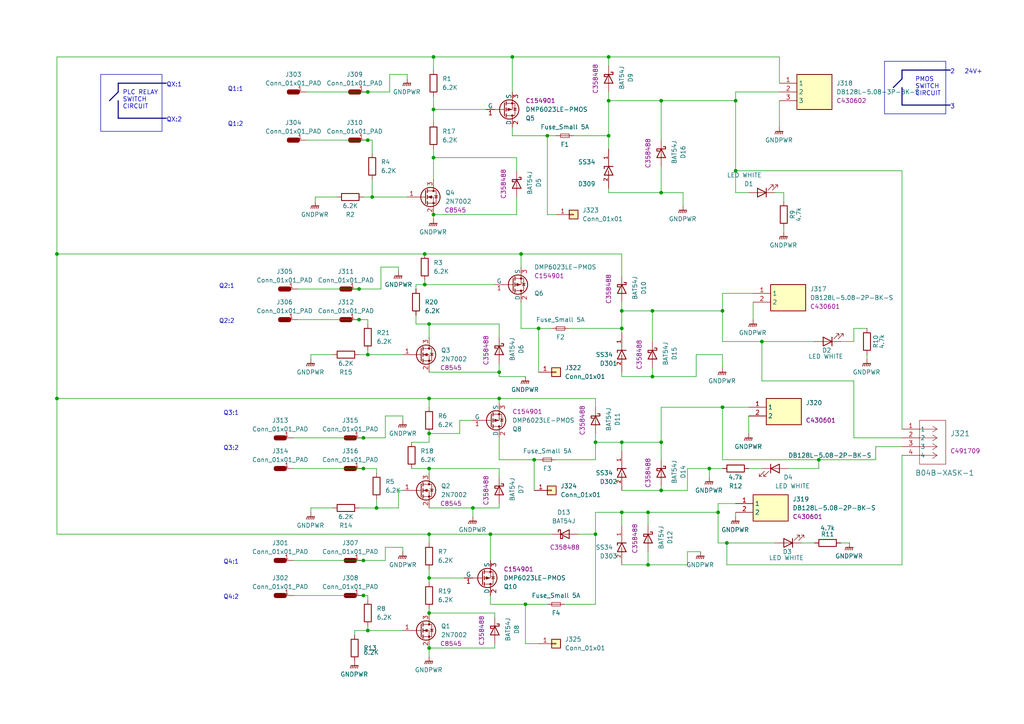
<source format=kicad_sch>
(kicad_sch (version 20230121) (generator eeschema)
  (paper "A4")
  (title_block (title "PLC OUTPUTS (P-MOS)") (rev "14.1.7") (company "Volodune LLC"))
  (junction (at 151.13 73.66))
  (junction (at 144.78 107.95))
  (junction (at 106.68 102.87))
  (junction (at 220.98 99.06))
  (junction (at 124.46 93.98))
  (junction (at 142.24 154.94))
  (junction (at 191.77 29.21))
  (junction (at 125.73 62.23))
  (junction (at 106.68 182.88))
  (junction (at 125.73 31.75))
  (junction (at 158.75 39.37))
  (junction (at 125.73 16.51))
  (junction (at 191.77 142.24))
  (junction (at 124.46 177.8))
  (junction (at 189.23 109.22))
  (junction (at 213.36 49.53))
  (junction (at 237.49 133.35))
  (junction (at 124.46 135.89))
  (junction (at 176.53 16.51))
  (junction (at 144.78 115.57))
  (junction (at 125.73 45.72))
  (junction (at 209.55 118.11))
  (junction (at 154.94 133.35))
  (junction (at 176.53 39.37))
  (junction (at 191.77 55.88))
  (junction (at 123.19 73.66))
  (junction (at 187.96 148.59))
  (junction (at 107.95 57.15))
  (junction (at 191.77 128.27))
  (junction (at 172.72 128.27))
  (junction (at 123.19 82.55))
  (junction (at 106.68 26.67))
  (junction (at 104.14 92.71))
  (junction (at 156.21 95.25))
  (junction (at 209.55 90.17))
  (junction (at 16.51 73.66))
  (junction (at 210.82 157.48))
  (junction (at 172.72 154.94))
  (junction (at 208.28 148.59))
  (junction (at 16.51 115.57))
  (junction (at 180.34 128.27))
  (junction (at 152.4 175.26))
  (junction (at 124.46 187.96))
  (junction (at 105.41 127))
  (junction (at 124.46 167.64))
  (junction (at 213.36 29.21))
  (junction (at 105.41 162.56))
  (junction (at 104.14 83.82))
  (junction (at 109.22 147.32))
  (junction (at 180.34 148.59))
  (junction (at 148.59 16.51))
  (junction (at 187.96 163.83))
  (junction (at 180.34 95.25))
  (junction (at 124.46 115.57))
  (junction (at 105.41 135.89))
  (junction (at 205.74 135.89))
  (junction (at 137.16 147.32))
  (junction (at 180.34 90.17))
  (junction (at 105.41 172.72))
  (junction (at 124.46 125.73))
  (junction (at 189.23 90.17))
  (junction (at 124.46 154.94))
  (junction (at 176.53 29.21))
  (junction (at 106.68 40.64))
  (wire (pts (xy 124.46 115.57) (xy 124.46 118.11)))
  (wire (pts (xy 120.65 82.55) (xy 123.19 82.55)))
  (wire (pts (xy 191.77 118.11) (xy 209.55 118.11)))
  (wire (pts (xy 172.72 154.94) (xy 172.72 148.59)))
  (wire (pts (xy 144.78 133.35) (xy 154.94 133.35)))
  (wire (pts (xy 209.55 85.09) (xy 209.55 90.17)))
  (bus (pts (xy 261.62 25.4) (xy 261.62 30.48)))
  (wire (pts (xy 125.73 31.75) (xy 125.73 35.56)))
  (wire (pts (xy 90.17 102.87) (xy 96.52 102.87)))
  (wire (pts (xy 191.77 128.27) (xy 191.77 133.35)))
  (wire (pts (xy 119.38 128.27) (xy 124.46 128.27)))
  (wire (pts (xy 124.46 125.73) (xy 124.46 128.27)))
  (wire (pts (xy 124.46 154.94) (xy 142.24 154.94)))
  (wire (pts (xy 198.12 55.88) (xy 191.77 55.88)))
  (wire (pts (xy 124.46 190.5) (xy 124.46 187.96)))
  (wire (pts (xy 152.4 186.69) (xy 152.4 175.26)))
  (wire (pts (xy 172.72 125.73) (xy 172.72 128.27)))
  (bus (pts (xy 34.29 24.13) (xy 34.29 26.67)))
  (wire (pts (xy 247.65 99.06) (xy 247.65 95.25)))
  (wire (pts (xy 106.68 182.88) (xy 106.68 181.61)))
  (wire (pts (xy 237.49 133.35) (xy 237.49 135.89)))
  (wire (pts (xy 106.68 26.67) (xy 113.03 26.67)))
  (wire (pts (xy 120.65 91.44) (xy 120.65 93.98)))
  (wire (pts (xy 111.76 158.75) (xy 116.84 158.75)))
  (wire (pts (xy 106.68 101.6) (xy 106.68 102.87)))
  (wire (pts (xy 191.77 48.26) (xy 191.77 55.88)))
  (wire (pts (xy 209.55 102.87) (xy 209.55 106.68)))
  (wire (pts (xy 172.72 148.59) (xy 180.34 148.59)))
  (wire (pts (xy 125.73 31.75) (xy 140.97 31.75)))
  (wire (pts (xy 143.51 177.8) (xy 143.51 179.07)))
  (wire (pts (xy 187.96 163.83) (xy 199.39 163.83)))
  (wire (pts (xy 110.49 77.47) (xy 110.49 83.82)))
  (wire (pts (xy 124.46 115.57) (xy 144.78 115.57)))
  (wire (pts (xy 158.75 62.23) (xy 161.29 62.23)))
  (wire (pts (xy 102.87 182.88) (xy 106.68 182.88)))
  (wire (pts (xy 86.36 83.82) (xy 104.14 83.82)))
  (wire (pts (xy 107.95 40.64) (xy 107.95 44.45)))
  (wire (pts (xy 90.17 147.32) (xy 96.52 147.32)))
  (bus (pts (xy 261.62 20.32) (xy 261.62 22.86)))
  (wire (pts (xy 187.96 148.59) (xy 187.96 152.4)))
  (wire (pts (xy 224.79 55.88) (xy 227.33 55.88)))
  (wire (pts (xy 180.34 73.66) (xy 180.34 80.01)))
  (wire (pts (xy 149.86 57.15) (xy 149.86 62.23)))
  (wire (pts (xy 213.36 148.59) (xy 213.36 149.86)))
  (wire (pts (xy 176.53 54.61) (xy 176.53 55.88)))
  (wire (pts (xy 125.73 62.23) (xy 125.73 63.5)))
  (wire (pts (xy 167.64 154.94) (xy 172.72 154.94)))
  (wire (pts (xy 201.93 102.87) (xy 201.93 109.22)))
  (wire (pts (xy 88.9 26.67) (xy 106.68 26.67)))
  (wire (pts (xy 151.13 73.66) (xy 180.34 73.66)))
  (wire (pts (xy 109.22 144.78) (xy 109.22 147.32)))
  (wire (pts (xy 144.78 93.98) (xy 144.78 97.79)))
  (wire (pts (xy 180.34 148.59) (xy 187.96 148.59)))
  (wire (pts (xy 156.21 95.25) (xy 156.21 107.95)))
  (wire (pts (xy 144.78 105.41) (xy 144.78 107.95)))
  (wire (pts (xy 205.74 135.89) (xy 209.55 135.89)))
  (wire (pts (xy 106.68 173.99) (xy 106.68 172.72)))
  (wire (pts (xy 203.2 160.02) (xy 199.39 160.02)))
  (wire (pts (xy 237.49 133.35) (xy 254 133.35)))
  (wire (pts (xy 91.44 57.15) (xy 97.79 57.15)))
  (wire (pts (xy 180.34 109.22) (xy 180.34 107.95)))
  (wire (pts (xy 144.78 146.05) (xy 144.78 147.32)))
  (wire (pts (xy 142.24 154.94) (xy 142.24 162.56)))
  (wire (pts (xy 125.73 43.18) (xy 125.73 45.72)))
  (wire (pts (xy 124.46 187.96) (xy 143.51 187.96)))
  (wire (pts (xy 90.17 102.87) (xy 90.17 104.14)))
  (wire (pts (xy 16.51 154.94) (xy 124.46 154.94)))
  (wire (pts (xy 189.23 109.22) (xy 201.93 109.22)))
  (wire (pts (xy 180.34 163.83) (xy 187.96 163.83)))
  (wire (pts (xy 106.68 182.88) (xy 116.84 182.88)))
  (wire (pts (xy 151.13 95.25) (xy 156.21 95.25)))
  (wire (pts (xy 209.55 90.17) (xy 209.55 99.06)))
  (wire (pts (xy 106.68 172.72) (xy 105.41 172.72)))
  (wire (pts (xy 180.34 152.4) (xy 180.34 148.59)))
  (wire (pts (xy 124.46 167.64) (xy 134.62 167.64)))
  (wire (pts (xy 144.78 115.57) (xy 172.72 115.57)))
  (wire (pts (xy 124.46 107.95) (xy 144.78 107.95)))
  (bus (pts (xy 275.59 20.32) (xy 261.62 20.32)))
  (wire (pts (xy 180.34 90.17) (xy 189.23 90.17)))
  (wire (pts (xy 124.46 93.98) (xy 144.78 93.98)))
  (wire (pts (xy 208.28 148.59) (xy 208.28 157.48)))
  (wire (pts (xy 124.46 165.1) (xy 124.46 167.64)))
  (wire (pts (xy 176.53 29.21) (xy 191.77 29.21)))
  (wire (pts (xy 213.36 55.88) (xy 217.17 55.88)))
  (wire (pts (xy 116.84 142.24) (xy 115.57 142.24)))
  (bus (pts (xy 34.29 34.29) (xy 48.26 34.29)))
  (wire (pts (xy 213.36 29.21) (xy 213.36 49.53)))
  (wire (pts (xy 125.73 16.51) (xy 125.73 20.32)))
  (wire (pts (xy 125.73 27.94) (xy 125.73 31.75)))
  (wire (pts (xy 116.84 120.65) (xy 116.84 121.92)))
  (wire (pts (xy 148.59 39.37) (xy 158.75 39.37)))
  (wire (pts (xy 144.78 135.89) (xy 144.78 138.43)))
  (wire (pts (xy 105.41 57.15) (xy 107.95 57.15)))
  (wire (pts (xy 180.34 128.27) (xy 180.34 130.81)))
  (wire (pts (xy 213.36 26.67) (xy 226.06 26.67)))
  (wire (pts (xy 110.49 77.47) (xy 115.57 77.47)))
  (wire (pts (xy 102.87 184.15) (xy 102.87 182.88)))
  (wire (pts (xy 143.51 186.69) (xy 143.51 187.96)))
  (wire (pts (xy 105.41 127) (xy 111.76 127)))
  (bus (pts (xy 31.75 29.21) (xy 34.29 26.67)))
  (wire (pts (xy 106.68 40.64) (xy 107.95 40.64)))
  (wire (pts (xy 199.39 135.89) (xy 199.39 142.24)))
  (wire (pts (xy 142.24 175.26) (xy 152.4 175.26)))
  (wire (pts (xy 180.34 128.27) (xy 191.77 128.27)))
  (bus (pts (xy 48.26 24.13) (xy 34.29 24.13)))
  (wire (pts (xy 124.46 176.53) (xy 124.46 177.8)))
  (wire (pts (xy 158.75 39.37) (xy 161.29 39.37)))
  (wire (pts (xy 109.22 147.32) (xy 115.57 147.32)))
  (wire (pts (xy 180.34 142.24) (xy 191.77 142.24)))
  (wire (pts (xy 226.06 29.21) (xy 226.06 36.83)))
  (wire (pts (xy 120.65 93.98) (xy 124.46 93.98)))
  (wire (pts (xy 91.44 57.15) (xy 91.44 58.42)))
  (wire (pts (xy 107.95 52.07) (xy 107.95 57.15)))
  (wire (pts (xy 125.73 45.72) (xy 125.73 52.07)))
  (wire (pts (xy 176.53 16.51) (xy 176.53 19.05)))
  (wire (pts (xy 85.09 127) (xy 105.41 127)))
  (wire (pts (xy 104.14 147.32) (xy 109.22 147.32)))
  (bus (pts (xy 34.29 29.21) (xy 34.29 34.29)))
  (wire (pts (xy 210.82 157.48) (xy 224.79 157.48)))
  (wire (pts (xy 180.34 90.17) (xy 180.34 95.25)))
  (wire (pts (xy 158.75 39.37) (xy 158.75 62.23)))
  (wire (pts (xy 111.76 120.65) (xy 116.84 120.65)))
  (wire (pts (xy 156.21 186.69) (xy 152.4 186.69)))
  (wire (pts (xy 106.68 92.71) (xy 106.68 93.98)))
  (wire (pts (xy 124.46 168.91) (xy 124.46 167.64)))
  (wire (pts (xy 166.37 39.37) (xy 176.53 39.37)))
  (wire (pts (xy 123.19 73.66) (xy 151.13 73.66)))
  (wire (pts (xy 16.51 73.66) (xy 16.51 115.57)))
  (wire (pts (xy 125.73 62.23) (xy 149.86 62.23)))
  (wire (pts (xy 16.51 73.66) (xy 123.19 73.66)))
  (wire (pts (xy 189.23 106.68) (xy 189.23 109.22)))
  (wire (pts (xy 191.77 128.27) (xy 191.77 118.11)))
  (wire (pts (xy 217.17 120.65) (xy 217.17 125.73)))
  (wire (pts (xy 227.33 55.88) (xy 227.33 58.42)))
  (wire (pts (xy 148.59 36.83) (xy 148.59 39.37)))
  (wire (pts (xy 213.36 49.53) (xy 261.62 49.53)))
  (wire (pts (xy 176.53 55.88) (xy 191.77 55.88)))
  (wire (pts (xy 123.19 82.55) (xy 143.51 82.55)))
  (wire (pts (xy 115.57 142.24) (xy 115.57 147.32)))
  (wire (pts (xy 124.46 93.98) (xy 124.46 97.79)))
  (wire (pts (xy 199.39 135.89) (xy 205.74 135.89)))
  (wire (pts (xy 116.84 158.75) (xy 116.84 160.02)))
  (wire (pts (xy 176.53 29.21) (xy 176.53 39.37)))
  (wire (pts (xy 198.12 55.88) (xy 198.12 59.69)))
  (wire (pts (xy 213.36 26.67) (xy 213.36 29.21)))
  (wire (pts (xy 189.23 90.17) (xy 189.23 99.06)))
  (wire (pts (xy 172.72 115.57) (xy 172.72 118.11)))
  (wire (pts (xy 180.34 95.25) (xy 180.34 96.52)))
  (wire (pts (xy 201.93 102.87) (xy 209.55 102.87)))
  (wire (pts (xy 232.41 157.48) (xy 236.22 157.48)))
  (wire (pts (xy 124.46 154.94) (xy 124.46 157.48)))
  (wire (pts (xy 227.33 66.04) (xy 227.33 67.31)))
  (wire (pts (xy 137.16 147.32) (xy 137.16 149.86)))
  (wire (pts (xy 172.72 154.94) (xy 172.72 175.26)))
  (wire (pts (xy 172.72 128.27) (xy 180.34 128.27)))
  (wire (pts (xy 180.34 87.63) (xy 180.34 90.17)))
  (wire (pts (xy 125.73 45.72) (xy 149.86 45.72)))
  (wire (pts (xy 151.13 87.63) (xy 151.13 95.25)))
  (wire (pts (xy 189.23 90.17) (xy 209.55 90.17)))
  (wire (pts (xy 210.82 163.83) (xy 261.62 163.83)))
  (wire (pts (xy 176.53 39.37) (xy 176.53 43.18)))
  (wire (pts (xy 148.59 16.51) (xy 148.59 26.67)))
  (wire (pts (xy 172.72 128.27) (xy 172.72 133.35)))
  (wire (pts (xy 163.83 175.26) (xy 172.72 175.26)))
  (wire (pts (xy 148.59 16.51) (xy 176.53 16.51)))
  (wire (pts (xy 124.46 135.89) (xy 144.78 135.89)))
  (wire (pts (xy 209.55 118.11) (xy 217.17 118.11)))
  (wire (pts (xy 133.35 121.92) (xy 137.16 121.92)))
  (wire (pts (xy 208.28 146.05) (xy 208.28 148.59)))
  (wire (pts (xy 86.36 92.71) (xy 104.14 92.71)))
  (wire (pts (xy 105.41 162.56) (xy 111.76 162.56)))
  (wire (pts (xy 247.65 110.49) (xy 247.65 127)))
  (wire (pts (xy 85.09 162.56) (xy 105.41 162.56)))
  (wire (pts (xy 125.73 16.51) (xy 148.59 16.51)))
  (wire (pts (xy 133.35 125.73) (xy 124.46 125.73)))
  (wire (pts (xy 247.65 95.25) (xy 251.46 95.25)))
  (wire (pts (xy 111.76 120.65) (xy 111.76 127)))
  (wire (pts (xy 205.74 138.43) (xy 205.74 135.89)))
  (wire (pts (xy 152.4 175.26) (xy 158.75 175.26)))
  (wire (pts (xy 154.94 133.35) (xy 156.21 133.35)))
  (wire (pts (xy 237.49 135.89) (xy 228.6 135.89)))
  (wire (pts (xy 16.51 115.57) (xy 16.51 154.94)))
  (wire (pts (xy 124.46 135.89) (xy 124.46 137.16)))
  (wire (pts (xy 109.22 137.16) (xy 109.22 135.89)))
  (wire (pts (xy 176.53 26.67) (xy 176.53 29.21)))
  (wire (pts (xy 191.77 29.21) (xy 191.77 40.64)))
  (wire (pts (xy 199.39 160.02) (xy 199.39 163.83)))
  (wire (pts (xy 16.51 115.57) (xy 124.46 115.57)))
  (wire (pts (xy 220.98 110.49) (xy 247.65 110.49)))
  (wire (pts (xy 119.38 135.89) (xy 124.46 135.89)))
  (wire (pts (xy 123.19 81.28) (xy 123.19 82.55)))
  (wire (pts (xy 90.17 147.32) (xy 90.17 148.59)))
  (wire (pts (xy 191.77 142.24) (xy 199.39 142.24)))
  (bus (pts (xy 259.08 25.4) (xy 261.62 22.86)))
  (wire (pts (xy 165.1 95.25) (xy 180.34 95.25)))
  (wire (pts (xy 208.28 146.05) (xy 213.36 146.05)))
  (wire (pts (xy 208.28 157.48) (xy 210.82 157.48)))
  (wire (pts (xy 243.84 157.48) (xy 246.38 157.48)))
  (wire (pts (xy 187.96 148.59) (xy 208.28 148.59)))
  (wire (pts (xy 144.78 109.22) (xy 144.78 107.95)))
  (wire (pts (xy 261.62 132.08) (xy 261.62 163.83)))
  (wire (pts (xy 152.4 109.22) (xy 144.78 109.22)))
  (wire (pts (xy 154.94 133.35) (xy 154.94 142.24)))
  (wire (pts (xy 226.06 16.51) (xy 226.06 24.13)))
  (wire (pts (xy 16.51 16.51) (xy 125.73 16.51)))
  (wire (pts (xy 191.77 29.21) (xy 213.36 29.21)))
  (wire (pts (xy 254 129.54) (xy 254 133.35)))
  (wire (pts (xy 109.22 135.89) (xy 105.41 135.89)))
  (wire (pts (xy 85.09 172.72) (xy 105.41 172.72)))
  (wire (pts (xy 104.14 102.87) (xy 106.68 102.87)))
  (wire (pts (xy 220.98 99.06) (xy 236.22 99.06)))
  (wire (pts (xy 213.36 49.53) (xy 213.36 55.88)))
  (wire (pts (xy 149.86 45.72) (xy 149.86 49.53)))
  (wire (pts (xy 209.55 99.06) (xy 220.98 99.06)))
  (wire (pts (xy 218.44 87.63) (xy 218.44 92.71)))
  (wire (pts (xy 142.24 154.94) (xy 160.02 154.94)))
  (wire (pts (xy 107.95 57.15) (xy 118.11 57.15)))
  (wire (pts (xy 176.53 16.51) (xy 226.06 16.51)))
  (wire (pts (xy 220.98 135.89) (xy 217.17 135.89)))
  (wire (pts (xy 124.46 177.8) (xy 143.51 177.8)))
  (wire (pts (xy 144.78 115.57) (xy 144.78 116.84)))
  (wire (pts (xy 220.98 99.06) (xy 220.98 110.49)))
  (wire (pts (xy 133.35 121.92) (xy 133.35 125.73)))
  (wire (pts (xy 118.11 21.59) (xy 118.11 22.86)))
  (wire (pts (xy 209.55 85.09) (xy 218.44 85.09)))
  (wire (pts (xy 209.55 118.11) (xy 209.55 133.35)))
  (wire (pts (xy 251.46 102.87) (xy 251.46 104.14)))
  (wire (pts (xy 144.78 127) (xy 144.78 133.35)))
  (wire (pts (xy 156.21 95.25) (xy 160.02 95.25)))
  (wire (pts (xy 161.29 133.35) (xy 172.72 133.35)))
  (wire (pts (xy 85.09 135.89) (xy 105.41 135.89)))
  (wire (pts (xy 115.57 77.47) (xy 115.57 78.74)))
  (wire (pts (xy 113.03 21.59) (xy 118.11 21.59)))
  (wire (pts (xy 104.14 83.82) (xy 110.49 83.82)))
  (wire (pts (xy 137.16 147.32) (xy 124.46 147.32)))
  (wire (pts (xy 243.84 99.06) (xy 247.65 99.06)))
  (wire (pts (xy 16.51 16.51) (xy 16.51 73.66)))
  (wire (pts (xy 142.24 172.72) (xy 142.24 175.26)))
  (bus (pts (xy 261.62 30.48) (xy 275.59 30.48)))
  (wire (pts (xy 247.65 127) (xy 261.62 127)))
  (wire (pts (xy 120.65 82.55) (xy 120.65 83.82)))
  (wire (pts (xy 187.96 160.02) (xy 187.96 163.83)))
  (wire (pts (xy 113.03 21.59) (xy 113.03 26.67)))
  (wire (pts (xy 254 129.54) (xy 261.62 129.54)))
  (wire (pts (xy 88.9 40.64) (xy 106.68 40.64)))
  (wire (pts (xy 180.34 109.22) (xy 189.23 109.22)))
  (wire (pts (xy 111.76 158.75) (xy 111.76 162.56)))
  (wire (pts (xy 209.55 133.35) (xy 237.49 133.35)))
  (wire (pts (xy 191.77 140.97) (xy 191.77 142.24)))
  (wire (pts (xy 106.68 102.87) (xy 116.84 102.87)))
  (wire (pts (xy 151.13 73.66) (xy 151.13 77.47)))
  (wire (pts (xy 261.62 49.53) (xy 261.62 124.46)))
  (wire (pts (xy 210.82 157.48) (xy 210.82 163.83)))
  (wire (pts (xy 137.16 147.32) (xy 144.78 147.32)))
  (wire (pts (xy 104.14 92.71) (xy 106.68 92.71)))
  (rectangle (start 29.21 21.59) (end 46.99 38.1))
  (rectangle (start 256.54 17.78) (end 274.32 33.02))
  (text "Q4:1" (at 64.77 163.83 0) (effects (font (size 1.27 1.27)) (justify left bottom)))
  (text "Q4:2" (at 64.77 173.99 0) (effects (font (size 1.27 1.27)) (justify left bottom)))
  (text "Q3:1" (at 64.77 120.65 0) (effects (font (size 1.27 1.27)) (justify left bottom)))
  (text "2   24V+\n" (at 275.59 21.59 0) (effects (font (size 1.27 1.27)) (justify left bottom)))
  (text "PMOS\nSWITCH\nCIRCUIT" (at 265.43 27.94 0) (effects (font (size 1.27 1.27)) (justify left bottom)))
  (text "QX:2" (at 48.26 35.56 0) (effects (font (size 1.27 1.27)) (justify left bottom)))
  (text "PLC RELAY\nSWITCH\nCIRCUIT" (at 35.56 31.75 0) (effects (font (size 1.27 1.27)) (justify left bottom)))
  (text "3\n" (at 275.59 31.75 0) (effects (font (size 1.27 1.27)) (justify left bottom)))
  (text "Q2:1" (at 63.5 83.82 0) (effects (font (size 1.27 1.27)) (justify left bottom)))
  (text "Q1:2" (at 66.04 36.83 0) (effects (font (size 1.27 1.27)) (justify left bottom)))
  (text "Q2:2" (at 63.5 93.98 0) (effects (font (size 1.27 1.27)) (justify left bottom)))
  (text "Q3:2" (at 64.77 130.81 0) (effects (font (size 1.27 1.27)) (justify left bottom)))
  (text "QX:1" (at 48.26 25.4 0) (effects (font (size 1.27 1.27)) (justify left bottom)))
  (text "Q1:1" (at 66.04 26.67 0) (effects (font (size 1.27 1.27)) (justify left bottom)))
  (symbol (lib_id "PCB_Library:Conn_01x01_PAD") (at 80.01 172.72 0) (unit 1)
    (property "Reference" "J302" (at 81.28 167.64 0))
    (property "Value" "Conn_01x01_PAD" (at 81.28 170.18 0))
    (property "Footprint" "PCB_Library:Conn_pin_PLC" (effects hide))
  )
  (symbol (lib_id "Device:Fuse_Small") (at 162.56 95.25 0) (unit 1)
    (property "Reference" "F2" (at 162.56 97.79 0))
    (property "Value" "Fuse_Small 5A" (at 162.56 92.71 0))
    (property "Footprint" "Fuse:Fuse_1206_3216Metric_Pad1.42x1.75mm_HandSolder" (effects hide))
    (property "Datasheet" "https://jlcpcb.com/partdetail/Littelfuse-0466005NRHF/C57525" (effects hide))
    (property "LCSC" "C57525" (effects hide))
  )
  (symbol (lib_id "PCB_Library:Conn_01x01_PAD") (at 100.33 127 0) (unit 1)
    (property "Reference" "J315" (at 101.6 121.92 0))
    (property "Value" "Conn_01x01_PAD" (at 101.6 124.46 0))
    (property "Footprint" "PCB_Library:Conn_pin_PLC" (effects hide))
  )
  (symbol (lib_id "Diode:BAT54J") (at 176.53 22.86 270) (unit 1)
    (property "Reference" "D9" (at 182.88 22.5425 0))
    (property "Value" "BAT54J" (at 180.34 22.5425 0))
    (property "Footprint" "Diode_SMD:D_SOD-323F" (effects hide))
    (property "Datasheet" "https://jlcpcb.com/partdetail/Foshan_Blue_RocketElec-BAT54J/C358488" (effects hide))
    (property "LCSC" "C358488" (at 172.72 22.86 0))
  )
  (symbol (lib_id "PCB_Library:DMP6023LE-PMOS") (at 142.24 121.92 0) (mirror x) (unit 1)
    (property "Reference" "Q8" (at 148.59 124.46 0) (effects (justify left)))
    (property "Value" "DMP6023LE-PMOS" (at 148.59 121.92 0) (effects (justify left)))
    (property "Footprint" "PCB_Library:SOT-223 DMP6023LE" (effects hide))
    (property "Datasheet" "https://ngspice.sourceforge.io/docs/ngspice-html-manual/manual.xhtml#cha_MOSFETs" (effects hide))
    (property "Sim.Device" "PMOS" (effects hide))
    (property "Sim.Type" "VDMOS" (effects hide))
    (property "Sim.Pins" "1=D 2=G 3=S" (effects hide))
    (property "LCSC" "C154901" (at 148.59 119.38 0) (effects (justify left)))
  )
  (symbol (lib_id "power:GNDPWR") (at 137.16 149.86 0) (unit 1)
    (property "Reference" "#PWR012" (effects hide))
    (property "Value" "GNDPWR" (at 137.033 153.67 0))
  )
  (symbol (lib_id "PCB_Library:XY128V-A-5.08-3P") (at 226.06 24.13 0) (unit 1)
    (property "Reference" "J318" (at 242.57 24.13 0) (effects (justify left)))
    (property "Value" "DB128L-5.08-3P-BK-S" (at 242.57 26.67 0) (effects (justify left)))
    (property "Footprint" "PCB_Library:XY128V-A-5.08-3P" (effects hide))
    (property "Datasheet" "https://jlcpcb.com/partdetail/Dorabo-DB128L_5_08_3P_BKS/C430602" (effects hide))
    (property "Height" "10.15" (effects hide))
    (property "LCSC" "C430602" (at 242.57 29.21 0) (effects (justify left)))
  )
  (symbol (lib_id "power:GNDPWR") (at 152.4 109.22 0) (unit 1)
    (property "Reference" "#PWR014" (effects hide))
    (property "Value" "GNDPWR" (at 152.273 113.03 0))
  )
  (symbol (lib_id "Device:LED") (at 228.6 157.48 180) (unit 1)
    (property "Reference" "D3" (at 228.346 160.02 0))
    (property "Value" "LED WHITE" (at 228.092 161.798 0))
    (property "Footprint" "LED_SMD:LED_0603_1608Metric" (effects hide))
    (property "Datasheet" "https://datasheet.lcsc.com/lcsc/1809041711_Hubei-KENTO-Elec-C2290_C2290.pdf" (effects hide))
    (property "LCSC" "C2290" (effects hide))
    (property "MAX_TEMP" "85 C" (effects hide))
  )
  (symbol (lib_id "PCB_Library:Conn_01x01_PAD") (at 100.33 135.89 0) (unit 1)
    (property "Reference" "J316" (at 101.6 130.81 0))
    (property "Value" "Conn_01x01_PAD" (at 101.6 133.35 0))
    (property "Footprint" "PCB_Library:Conn_pin_PLC" (effects hide))
  )
  (symbol (lib_id "PCB_Library:Conn_01x01_PAD") (at 83.82 26.67 0) (unit 1)
    (property "Reference" "J303" (at 85.09 21.59 0))
    (property "Value" "Conn_01x01_PAD" (at 85.09 24.13 0))
    (property "Footprint" "PCB_Library:Conn_pin_PLC" (effects hide))
  )
  (symbol (lib_id "Diode:BAT54J") (at 180.34 83.82 270) (unit 1)
    (property "Reference" "D10" (at 186.69 83.5025 0))
    (property "Value" "BAT54J" (at 184.15 83.5025 0))
    (property "Footprint" "Diode_SMD:D_SOD-323F" (effects hide))
    (property "Datasheet" "https://jlcpcb.com/partdetail/Foshan_Blue_RocketElec-BAT54J/C358488" (effects hide))
    (property "LCSC" "C358488" (at 176.53 83.82 0))
  )
  (symbol (lib_id "PCB_Library:Conn_01x01_PAD") (at 101.6 40.64 0) (unit 1)
    (property "Reference" "J310" (at 102.87 35.56 0))
    (property "Value" "Conn_01x01_PAD" (at 102.87 38.1 0))
    (property "Footprint" "PCB_Library:Conn_pin_PLC" (effects hide))
  )
  (symbol (lib_id "power:GNDPWR") (at 118.11 22.86 0) (unit 1)
    (property "Reference" "#PWR01" (effects hide))
    (property "Value" "GNDPWR" (at 117.983 26.67 0))
  )
  (symbol (lib_id "PCB_Library:Conn_01x01_PAD") (at 101.6 26.67 0) (unit 1)
    (property "Reference" "J309" (at 102.87 21.59 0))
    (property "Value" "Conn_01x01_PAD" (at 102.87 24.13 0))
    (property "Footprint" "PCB_Library:Conn_pin_PLC" (effects hide))
  )
  (symbol (lib_id "Diode:BAT54J") (at 144.78 101.6 270) (unit 1)
    (property "Reference" "D6" (at 151.13 101.2825 0))
    (property "Value" "BAT54J" (at 148.59 101.2825 0))
    (property "Footprint" "Diode_SMD:D_SOD-323F" (effects hide))
    (property "Datasheet" "https://jlcpcb.com/partdetail/Foshan_Blue_RocketElec-BAT54J/C358488" (effects hide))
    (property "LCSC" "C358488" (at 140.97 101.6 0))
  )
  (symbol (lib_id "Device:R") (at 227.33 62.23 180) (unit 1)
    (property "Reference" "R9" (at 229.87 62.23 90))
    (property "Value" "4.7k" (at 231.648 62.23 90))
    (property "Footprint" "Resistor_SMD:R_0603_1608Metric" (effects hide))
    (property "Datasheet" "https://datasheet.lcsc.com/lcsc/2206010145_UNI-ROYAL-Uniroyal-Elec-1206W4F4701T5E_C17936.pdf" (effects hide))
    (property "LCSC" "C88615" (effects hide))
    (property "MAX_TEMP" "125 C" (effects hide))
  )
  (symbol (lib_id "power:GNDPWR") (at 90.17 148.59 0) (unit 1)
    (property "Reference" "#PWR011" (effects hide))
    (property "Value" "GNDPWR" (at 90.043 152.4 0))
  )
  (symbol (lib_id "power:GNDPWR") (at 116.84 160.02 0) (unit 1)
    (property "Reference" "#PWR04" (effects hide))
    (property "Value" "GNDPWR" (at 116.84 163.83 0))
  )
  (symbol (lib_id "Device:R") (at 119.38 132.08 0) (unit 1)
    (property "Reference" "R18" (at 121.92 130.81 0) (effects (justify left)))
    (property "Value" "6.2K" (at 121.92 133.35 0) (effects (justify left)))
    (property "Footprint" "Resistor_SMD:R_0603_1608Metric" (effects hide))
    (property "Datasheet" "https://jlcpcb.com/partdetail/4667-0603WAF6201T5E/C4260" (effects hide))
    (property "LCSC" "C4260" (effects hide))
    (property "MAX_TEMP" "155 C" (effects hide))
  )
  (symbol (lib_id "power:GNDPWR") (at 218.44 92.71 0) (unit 1)
    (property "Reference" "#PWR019" (effects hide))
    (property "Value" "GNDPWR" (at 218.313 96.52 0))
  )
  (symbol (lib_id "Device:Fuse_Small") (at 158.75 133.35 0) (unit 1)
    (property "Reference" "F3" (at 158.75 135.89 0))
    (property "Value" "Fuse_Small 5A" (at 158.75 130.81 0))
    (property "Footprint" "Fuse:Fuse_1206_3216Metric_Pad1.42x1.75mm_HandSolder" (effects hide))
    (property "Datasheet" "https://jlcpcb.com/partdetail/Littelfuse-0466005NRHF/C57525" (effects hide))
    (property "LCSC" "C57525" (effects hide))
  )
  (symbol (lib_id "PCB_Library:Conn_01x01_PAD") (at 81.28 92.71 0) (unit 1)
    (property "Reference" "J306" (at 82.55 87.63 0))
    (property "Value" "Conn_01x01_PAD" (at 82.55 90.17 0))
    (property "Footprint" "PCB_Library:Conn_pin_PLC" (effects hide))
  )
  (symbol (lib_id "Device:R") (at 109.22 140.97 0) (unit 1)
    (property "Reference" "R5" (at 111.76 139.7 0) (effects (justify left)))
    (property "Value" "6.2K" (at 111.76 142.24 0) (effects (justify left)))
    (property "Footprint" "Resistor_SMD:R_0603_1608Metric" (effects hide))
    (property "Datasheet" "https://jlcpcb.com/partdetail/4667-0603WAF6201T5E/C4260" (effects hide))
    (property "LCSC" "C4260" (effects hide))
    (property "MAX_TEMP" "155 C" (effects hide))
  )
  (symbol (lib_id "PCB_Library:Conn_01x01_PAD") (at 80.01 162.56 0) (unit 1)
    (property "Reference" "J301" (at 81.28 157.48 0))
    (property "Value" "Conn_01x01_PAD" (at 81.28 160.02 0))
    (property "Footprint" "PCB_Library:Conn_pin_PLC" (effects hide))
  )
  (symbol (lib_id "Device:LED") (at 220.98 55.88 180) (unit 1)
    (property "Reference" "D1" (at 217.17 53.34 0))
    (property "Value" "LED WHITE" (at 215.9 50.8 0))
    (property "Footprint" "LED_SMD:LED_0603_1608Metric" (effects hide))
    (property "Datasheet" "https://datasheet.lcsc.com/lcsc/1809041711_Hubei-KENTO-Elec-C2290_C2290.pdf" (effects hide))
    (property "LCSC" "C2290" (effects hide))
    (property "MAX_TEMP" "85 C" (effects hide))
  )
  (symbol (lib_id "power:GNDPWR") (at 209.55 106.68 0) (unit 1)
    (property "Reference" "#PWR05" (effects hide))
    (property "Value" "GNDPWR" (at 209.423 110.49 0))
  )
  (symbol (lib_id "power:GNDPWR") (at 102.87 191.77 0) (unit 1)
    (property "Reference" "#PWR010" (effects hide))
    (property "Value" "GNDPWR" (at 102.743 195.58 0))
  )
  (symbol (lib_id "PCB_Library:SMBJ24A") (at 176.53 49.53 270) (unit 1)
    (property "Reference" "D309" (at 172.72 53.34 90) (effects (justify right)))
    (property "Value" "SS34" (at 172.72 46.99 90) (effects (justify right)))
    (property "Footprint" "Diode_SMD:D_SMA" (effects hide))
    (property "Datasheet" "https://jlcpcb.com/partdetail/mdd_microdiode_semiconductor-SS34/C8678" (effects hide))
    (property "STANDARD" "IPC-7351B" (effects hide))
    (property "LCSC" "C8678" (effects hide))
  )
  (symbol (lib_id "power:GNDPWR") (at 124.46 190.5 0) (unit 1)
    (property "Reference" "#PWR09" (effects hide))
    (property "Value" "GNDPWR" (at 124.333 194.31 0))
  )
  (symbol (lib_id "Device:R") (at 102.87 187.96 0) (unit 1)
    (property "Reference" "R13" (at 105.41 187.96 0) (effects (justify left)))
    (property "Value" "6.2K" (at 105.41 189.23 0) (effects (justify left)))
    (property "Footprint" "Resistor_SMD:R_0603_1608Metric" (effects hide))
    (property "Datasheet" "https://jlcpcb.com/partdetail/4667-0603WAF6201T5E/C4260" (effects hide))
    (property "LCSC" "C4260" (effects hide))
    (property "MAX_TEMP" "155 C" (effects hide))
  )
  (symbol (lib_id "PCB_Library:Conn_01x01_PAD") (at 81.28 83.82 0) (unit 1)
    (property "Reference" "J305" (at 82.55 78.74 0))
    (property "Value" "Conn_01x01_PAD" (at 82.55 81.28 0))
    (property "Footprint" "PCB_Library:Conn_pin_PLC" (effects hide))
  )
  (symbol (lib_id "Connector_Generic:Conn_01x01") (at 161.29 186.69 0) (unit 1)
    (property "Reference" "J325" (at 163.83 185.42 0) (effects (justify left)))
    (property "Value" "Conn_01x01" (at 163.83 187.96 0) (effects (justify left)))
    (property "Footprint" "PCB_Library:Pin_D0.7mm_L6.5mm_W1.8mm_FlatFork-MOD" (effects hide))
  )
  (symbol (lib_id "Device:R") (at 213.36 135.89 270) (unit 1)
    (property "Reference" "R12" (at 213.36 140.97 90))
    (property "Value" "4.7k" (at 213.36 138.43 90))
    (property "Footprint" "Resistor_SMD:R_0603_1608Metric" (effects hide))
    (property "Datasheet" "https://datasheet.lcsc.com/lcsc/2206010145_UNI-ROYAL-Uniroyal-Elec-1206W4F4701T5E_C17936.pdf" (effects hide))
    (property "LCSC" "C88615" (effects hide))
    (property "MAX_TEMP" "125 C" (effects hide))
  )
  (symbol (lib_id "power:GNDPWR") (at 217.17 125.73 0) (unit 1)
    (property "Reference" "#PWR017" (effects hide))
    (property "Value" "GNDPWR" (at 217.043 129.54 0))
  )
  (symbol (lib_id "PCB_Library:1729128") (at 217.17 118.11 0) (unit 1)
    (property "Reference" "J320" (at 233.68 116.84 0) (effects (justify left)))
    (property "Value" "DB128L-5.08-2P-BK-S" (at 228.6 132.08 0) (effects (justify left)))
    (property "Footprint" "PCB_Library:1729128" (effects hide))
    (property "Datasheet" "https://jlcpcb.com/partdetail/Dorabo-DB128L_5_08_2P_BKS/C430601" (effects hide))
    (property "Height" "10.15" (effects hide))
    (property "Mouser Part Number" "651-1729128" (effects hide))
    (property "LCSC" "C430601" (at 233.68 121.92 0) (effects (justify left)))
  )
  (symbol (lib_id "PCB_Library:Conn_01x01_PAD") (at 99.06 92.71 0) (unit 1)
    (property "Reference" "J312" (at 100.33 87.63 0))
    (property "Value" "Conn_01x01_PAD" (at 100.33 90.17 0))
    (property "Footprint" "PCB_Library:Conn_pin_PLC" (effects hide))
  )
  (symbol (lib_id "Device:R") (at 100.33 102.87 90) (unit 1)
    (property "Reference" "R15" (at 100.33 107.95 90))
    (property "Value" "6.2K" (at 100.33 105.41 90))
    (property "Footprint" "Resistor_SMD:R_0603_1608Metric" (effects hide))
    (property "Datasheet" "https://jlcpcb.com/partdetail/4667-0603WAF6201T5E/C4260" (effects hide))
    (property "LCSC" "C4260" (effects hide))
    (property "MAX_TEMP" "155 C" (effects hide))
  )
  (symbol (lib_id "Device:R") (at 124.46 161.29 180) (unit 1)
    (property "Reference" "R7" (at 127 160.02 0) (effects (justify right)))
    (property "Value" "6.2K" (at 127 162.56 0) (effects (justify right)))
    (property "Footprint" "Resistor_SMD:R_0603_1608Metric" (effects hide))
    (property "Datasheet" "https://jlcpcb.com/partdetail/4667-0603WAF6201T5E/C4260" (effects hide))
    (property "LCSC" "C4260" (effects hide))
    (property "MAX_TEMP" "155 C" (effects hide))
  )
  (symbol (lib_id "Device:R") (at 123.19 77.47 180) (unit 1)
    (property "Reference" "R3" (at 125.73 76.2 0) (effects (justify right)))
    (property "Value" "6.2K" (at 125.73 78.74 0) (effects (justify right)))
    (property "Footprint" "Resistor_SMD:R_0603_1608Metric" (effects hide))
    (property "Datasheet" "https://jlcpcb.com/partdetail/4667-0603WAF6201T5E/C4260" (effects hide))
    (property "LCSC" "C4260" (effects hide))
    (property "MAX_TEMP" "155 C" (effects hide))
  )
  (symbol (lib_id "PCB_Library:DMP6023LE-PMOS") (at 146.05 31.75 0) (mirror x) (unit 1)
    (property "Reference" "Q5" (at 152.4 34.29 0) (effects (justify left)))
    (property "Value" "DMP6023LE-PMOS" (at 152.4 31.75 0) (effects (justify left)))
    (property "Footprint" "PCB_Library:SOT-223 DMP6023LE" (effects hide))
    (property "Datasheet" "https://ngspice.sourceforge.io/docs/ngspice-html-manual/manual.xhtml#cha_MOSFETs" (effects hide))
    (property "Sim.Device" "PMOS" (effects hide))
    (property "Sim.Type" "VDMOS" (effects hide))
    (property "Sim.Pins" "1=D 2=G 3=S" (effects hide))
    (property "LCSC" "C154901" (at 152.4 29.21 0) (effects (justify left)))
  )
  (symbol (lib_id "Device:Fuse_Small") (at 161.29 175.26 0) (unit 1)
    (property "Reference" "F4" (at 161.29 177.8 0))
    (property "Value" "Fuse_Small 5A" (at 161.29 172.72 0))
    (property "Footprint" "Fuse:Fuse_1206_3216Metric_Pad1.42x1.75mm_HandSolder" (effects hide))
    (property "Datasheet" "https://jlcpcb.com/partdetail/Littelfuse-0466005NRHF/C57525" (effects hide))
    (property "LCSC" "C57525" (effects hide))
  )
  (symbol (lib_id "PCB_Library:SMBJ24A") (at 180.34 102.87 270) (unit 1)
    (property "Reference" "D301" (at 179.07 105.41 90) (effects (justify right)))
    (property "Value" "SS34" (at 177.8 102.87 90) (effects (justify right)))
    (property "Footprint" "Diode_SMD:D_SMA" (effects hide))
    (property "Datasheet" "https://jlcpcb.com/partdetail/mdd_microdiode_semiconductor-SS34/C8678" (effects hide))
    (property "STANDARD" "IPC-7351B" (effects hide))
    (property "LCSC" "C8678" (effects hide))
  )
  (symbol (lib_id "PCB_Library:Conn_01x01_PAD") (at 100.33 162.56 0) (unit 1)
    (property "Reference" "J307" (at 101.6 157.48 0))
    (property "Value" "Conn_01x01_PAD" (at 101.6 160.02 0))
    (property "Footprint" "PCB_Library:Conn_pin_PLC" (effects hide))
  )
  (symbol (lib_id "PCB_Library:B04B-XASK-1") (at 261.62 124.46 0) (unit 1)
    (property "Reference" "J321" (at 275.59 125.73 0) (effects (font (size 1.524 1.524)) (justify left)))
    (property "Value" "B04B-XASK-1" (at 265.43 137.16 0) (effects (font (size 1.524 1.524)) (justify left)))
    (property "Footprint" "PCB_Library:CONN_B04B-XASK-1-A_JST" (effects hide))
    (property "Datasheet" "B04B-XASK-1" (effects hide))
    (property "LCSC" "C491709" (at 275.59 130.81 0) (effects (justify left)))
  )
  (symbol (lib_id "Device:R") (at 124.46 172.72 0) (unit 1)
    (property "Reference" "R19" (at 127 171.45 0) (effects (justify left)))
    (property "Value" "6.2K" (at 127 173.99 0) (effects (justify left)))
    (property "Footprint" "Resistor_SMD:R_0603_1608Metric" (effects hide))
    (property "Datasheet" "https://jlcpcb.com/partdetail/4667-0603WAF6201T5E/C4260" (effects hide))
    (property "LCSC" "C4260" (effects hide))
    (property "MAX_TEMP" "155 C" (effects hide))
  )
  (symbol (lib_id "power:GNDPWR") (at 205.74 138.43 0) (unit 1)
    (property "Reference" "#PWR0303" (effects hide))
    (property "Value" "GNDPWR" (at 205.613 142.24 0))
  )
  (symbol (lib_id "Transistor_FET:2N7002") (at 121.92 182.88 0) (unit 1)
    (property "Reference" "Q1" (at 127.889 181.6099 0) (effects (justify left)))
    (property "Value" "2N7002" (at 127.889 184.1499 0) (effects (justify left)))
    (property "Footprint" "Package_TO_SOT_SMD:SOT-23" (effects hide))
    (property "Datasheet" "https://www.onsemi.com/pub/Collateral/NDS7002A-D.PDF" (effects hide))
    (property "LCSC" "C8545" (at 130.81 186.69 0))
    (property "MAX_TEMP" "150 C" (effects hide))
  )
  (symbol (lib_id "Device:R") (at 107.95 48.26 0) (unit 1)
    (property "Reference" "R4" (at 110.49 46.99 0) (effects (justify left)))
    (property "Value" "6.2K" (at 110.49 49.53 0) (effects (justify left)))
    (property "Footprint" "Resistor_SMD:R_0603_1608Metric" (effects hide))
    (property "Datasheet" "https://jlcpcb.com/partdetail/4667-0603WAF6201T5E/C4260" (effects hide))
    (property "LCSC" "C4260" (effects hide))
    (property "MAX_TEMP" "155 C" (effects hide))
  )
  (symbol (lib_id "Device:LED") (at 224.79 135.89 0) (unit 1)
    (property "Reference" "D4" (at 228.6 138.43 0))
    (property "Value" "LED WHITE" (at 229.87 140.97 0))
    (property "Footprint" "LED_SMD:LED_0603_1608Metric" (effects hide))
    (property "Datasheet" "https://datasheet.lcsc.com/lcsc/1809041711_Hubei-KENTO-Elec-C2290_C2290.pdf" (effects hide))
    (property "LCSC" "C2290" (effects hide))
    (property "MAX_TEMP" "85 C" (effects hide))
  )
  (symbol (lib_id "Diode:BAT54J") (at 144.78 142.24 270) (unit 1)
    (property "Reference" "D7" (at 151.13 141.9225 0))
    (property "Value" "BAT54J" (at 148.59 141.9225 0))
    (property "Footprint" "Diode_SMD:D_SOD-323F" (effects hide))
    (property "Datasheet" "https://jlcpcb.com/partdetail/Foshan_Blue_RocketElec-BAT54J/C358488" (effects hide))
    (property "LCSC" "C358488" (at 140.97 142.24 0))
  )
  (symbol (lib_id "Device:Fuse_Small") (at 163.83 39.37 0) (unit 1)
    (property "Reference" "F1" (at 163.83 41.91 0))
    (property "Value" "Fuse_Small 5A" (at 163.83 36.83 0))
    (property "Footprint" "Fuse:Fuse_1206_3216Metric_Pad1.42x1.75mm_HandSolder" (effects hide))
    (property "Datasheet" "https://jlcpcb.com/partdetail/Littelfuse-0466005NRHF/C57525" (effects hide))
    (property "LCSC" "C57525" (effects hide))
  )
  (symbol (lib_id "power:GNDPWR") (at 115.57 78.74 0) (unit 1)
    (property "Reference" "#PWR02" (effects hide))
    (property "Value" "GNDPWR" (at 115.57 82.55 0))
  )
  (symbol (lib_id "power:GNDPWR") (at 246.38 157.48 0) (unit 1)
    (property "Reference" "#PWR08" (effects hide))
    (property "Value" "GNDPWR" (at 246.253 161.29 0))
  )
  (symbol (lib_id "Diode:BAT54J") (at 191.77 137.16 270) (unit 1)
    (property "Reference" "D14" (at 198.12 136.8425 0))
    (property "Value" "BAT54J" (at 195.58 136.8425 0))
    (property "Footprint" "Diode_SMD:D_SOD-323F" (effects hide))
    (property "Datasheet" "https://jlcpcb.com/partdetail/Foshan_Blue_RocketElec-BAT54J/C358488" (effects hide))
    (property "LCSC" "C358488" (at 187.96 137.16 0))
  )
  (symbol (lib_id "Device:R") (at 240.03 157.48 270) (unit 1)
    (property "Reference" "R11" (at 240.03 154.94 90))
    (property "Value" "4.7k" (at 240.03 153.162 90))
    (property "Footprint" "Resistor_SMD:R_0603_1608Metric" (effects hide))
    (property "Datasheet" "https://datasheet.lcsc.com/lcsc/2206010145_UNI-ROYAL-Uniroyal-Elec-1206W4F4701T5E_C17936.pdf" (effects hide))
    (property "LCSC" "C88615" (effects hide))
    (property "MAX_TEMP" "125 C" (effects hide))
  )
  (symbol (lib_id "PCB_Library:1729128") (at 213.36 146.05 0) (unit 1)
    (property "Reference" "J319" (at 229.87 144.78 0) (effects (justify left)))
    (property "Value" "DB128L-5.08-2P-BK-S" (at 229.87 147.32 0) (effects (justify left)))
    (property "Footprint" "PCB_Library:1729128" (effects hide))
    (property "Datasheet" "https://jlcpcb.com/partdetail/Dorabo-DB128L_5_08_2P_BKS/C430601" (effects hide))
    (property "Height" "10.15" (effects hide))
    (property "Mouser Part Number" "651-1729128" (effects hide))
    (property "LCSC" "C430601" (at 229.87 149.86 0) (effects (justify left)))
  )
  (symbol (lib_id "Device:R") (at 251.46 99.06 180) (unit 1)
    (property "Reference" "R10" (at 254 99.06 90))
    (property "Value" "4.7k" (at 255.778 99.06 90))
    (property "Footprint" "Resistor_SMD:R_0603_1608Metric" (effects hide))
    (property "Datasheet" "https://datasheet.lcsc.com/lcsc/2206010145_UNI-ROYAL-Uniroyal-Elec-1206W4F4701T5E_C17936.pdf" (effects hide))
    (property "LCSC" "C88615" (effects hide))
    (property "MAX_TEMP" "125 C" (effects hide))
  )
  (symbol (lib_id "power:GNDPWR") (at 198.12 59.69 0) (unit 1)
    (property "Reference" "#PWR0304" (effects hide))
    (property "Value" "GNDPWR" (at 197.993 63.5 0))
  )
  (symbol (lib_id "Device:R") (at 100.33 147.32 90) (unit 1)
    (property "Reference" "R14" (at 100.33 152.4 90))
    (property "Value" "6.2K" (at 100.33 149.86 90))
    (property "Footprint" "Resistor_SMD:R_0603_1608Metric" (effects hide))
    (property "Datasheet" "https://jlcpcb.com/partdetail/4667-0603WAF6201T5E/C4260" (effects hide))
    (property "LCSC" "C4260" (effects hide))
    (property "MAX_TEMP" "155 C" (effects hide))
  )
  (symbol (lib_id "PCB_Library:1729128") (at 218.44 85.09 0) (unit 1)
    (property "Reference" "J317" (at 234.95 83.82 0) (effects (justify left)))
    (property "Value" "DB128L-5.08-2P-BK-S" (at 234.95 86.36 0) (effects (justify left)))
    (property "Footprint" "PCB_Library:1729128" (effects hide))
    (property "Datasheet" "https://jlcpcb.com/partdetail/Dorabo-DB128L_5_08_2P_BKS/C430601" (effects hide))
    (property "Height" "10.15" (effects hide))
    (property "Mouser Part Number" "651-1729128" (effects hide))
    (property "LCSC" "C430601" (at 234.95 88.9 0) (effects (justify left)))
  )
  (symbol (lib_id "Device:R") (at 124.46 121.92 180) (unit 1)
    (property "Reference" "R6" (at 127 120.65 0) (effects (justify right)))
    (property "Value" "6.2K" (at 127 123.19 0) (effects (justify right)))
    (property "Footprint" "Resistor_SMD:R_0603_1608Metric" (effects hide))
    (property "Datasheet" "https://jlcpcb.com/partdetail/4667-0603WAF6201T5E/C4260" (effects hide))
    (property "LCSC" "C4260" (effects hide))
    (property "MAX_TEMP" "155 C" (effects hide))
  )
  (symbol (lib_id "Transistor_FET:2N7002") (at 121.92 102.87 0) (unit 1)
    (property "Reference" "Q3" (at 127.889 101.5999 0) (effects (justify left)))
    (property "Value" "2N7002" (at 127.889 104.1399 0) (effects (justify left)))
    (property "Footprint" "Package_TO_SOT_SMD:SOT-23" (effects hide))
    (property "Datasheet" "https://www.onsemi.com/pub/Collateral/NDS7002A-D.PDF" (effects hide))
    (property "LCSC" "C8545" (at 130.81 106.68 0))
    (property "MAX_TEMP" "150 C" (effects hide))
  )
  (symbol (lib_id "Diode:BAT54J") (at 163.83 154.94 0) (unit 1)
    (property "Reference" "D13" (at 163.5125 148.59 0))
    (property "Value" "BAT54J" (at 163.5125 151.13 0))
    (property "Footprint" "Diode_SMD:D_SOD-323F" (effects hide))
    (property "Datasheet" "https://jlcpcb.com/partdetail/Foshan_Blue_RocketElec-BAT54J/C358488" (effects hide))
    (property "LCSC" "C358488" (at 163.83 158.75 0))
  )
  (symbol (lib_id "power:GNDPWR") (at 90.17 104.14 0) (unit 1)
    (property "Reference" "#PWR013" (effects hide))
    (property "Value" "GNDPWR" (at 90.043 107.95 0))
  )
  (symbol (lib_id "Connector_Generic:Conn_01x01") (at 166.37 62.23 0) (unit 1)
    (property "Reference" "J323" (at 168.91 60.96 0) (effects (justify left)))
    (property "Value" "Conn_01x01" (at 168.91 63.5 0) (effects (justify left)))
    (property "Footprint" "PCB_Library:Pin_D0.7mm_L6.5mm_W1.8mm_FlatFork-MOD" (effects hide))
  )
  (symbol (lib_id "PCB_Library:Conn_01x01_PAD") (at 99.06 83.82 0) (unit 1)
    (property "Reference" "J311" (at 100.33 78.74 0))
    (property "Value" "Conn_01x01_PAD" (at 100.33 81.28 0))
    (property "Footprint" "PCB_Library:Conn_pin_PLC" (effects hide))
  )
  (symbol (lib_id "Diode:BAT54J") (at 143.51 182.88 270) (unit 1)
    (property "Reference" "D8" (at 149.86 182.5625 0))
    (property "Value" "BAT54J" (at 147.32 182.5625 0))
    (property "Footprint" "Diode_SMD:D_SOD-323F" (effects hide))
    (property "Datasheet" "https://jlcpcb.com/partdetail/Foshan_Blue_RocketElec-BAT54J/C358488" (effects hide))
    (property "LCSC" "C358488" (at 139.7 182.88 0))
  )
  (symbol (lib_id "Diode:BAT54J") (at 149.86 53.34 270) (unit 1)
    (property "Reference" "D5" (at 156.21 53.0225 0))
    (property "Value" "BAT54J" (at 153.67 53.0225 0))
    (property "Footprint" "Diode_SMD:D_SOD-323F" (effects hide))
    (property "Datasheet" "https://jlcpcb.com/partdetail/Foshan_Blue_RocketElec-BAT54J/C358488" (effects hide))
    (property "LCSC" "C358488" (at 146.05 53.34 0))
  )
  (symbol (lib_id "power:GNDPWR") (at 203.2 160.02 0) (unit 1)
    (property "Reference" "#PWR0301" (effects hide))
    (property "Value" "GNDPWR" (at 203.073 163.83 0))
  )
  (symbol (lib_id "power:GNDPWR") (at 116.84 121.92 0) (unit 1)
    (property "Reference" "#PWR03" (effects hide))
    (property "Value" "GNDPWR" (at 116.84 125.73 0))
  )
  (symbol (lib_id "power:GNDPWR") (at 91.44 58.42 0) (unit 1)
    (property "Reference" "#PWR015" (effects hide))
    (property "Value" "GNDPWR" (at 91.313 62.23 0))
  )
  (symbol (lib_id "PCB_Library:Conn_01x01_PAD") (at 100.33 172.72 0) (unit 1)
    (property "Reference" "J308" (at 101.6 167.64 0))
    (property "Value" "Conn_01x01_PAD" (at 101.6 170.18 0))
    (property "Footprint" "PCB_Library:Conn_pin_PLC" (effects hide))
  )
  (symbol (lib_id "Diode:BAT54J") (at 172.72 121.92 270) (unit 1)
    (property "Reference" "D11" (at 179.07 121.6025 0))
    (property "Value" "BAT54J" (at 176.53 121.6025 0))
    (property "Footprint" "Diode_SMD:D_SOD-323F" (effects hide))
    (property "Datasheet" "https://jlcpcb.com/partdetail/Foshan_Blue_RocketElec-BAT54J/C358488" (effects hide))
    (property "LCSC" "C358488" (at 168.91 121.92 0))
  )
  (symbol (lib_id "PCB_Library:Conn_01x01_PAD") (at 83.82 40.64 0) (unit 1)
    (property "Reference" "J304" (at 85.09 35.56 0))
    (property "Value" "Conn_01x01_PAD" (at 85.09 38.1 0))
    (property "Footprint" "PCB_Library:Conn_pin_PLC" (effects hide))
  )
  (symbol (lib_id "Connector_Generic:Conn_01x01") (at 161.29 107.95 0) (unit 1)
    (property "Reference" "J322" (at 163.83 106.68 0) (effects (justify left)))
    (property "Value" "Conn_01x01" (at 163.83 109.22 0) (effects (justify left)))
    (property "Footprint" "PCB_Library:Pin_D0.7mm_L6.5mm_W1.8mm_FlatFork-MOD" (effects hide))
  )
  (symbol (lib_id "power:GNDPWR") (at 125.73 63.5 0) (unit 1)
    (property "Reference" "#PWR016" (effects hide))
    (property "Value" "GNDPWR" (at 125.603 67.31 0))
  )
  (symbol (lib_id "Device:LED") (at 240.03 99.06 180) (unit 1)
    (property "Reference" "D2" (at 239.776 101.6 0))
    (property "Value" "LED WHITE" (at 239.522 103.378 0))
    (property "Footprint" "LED_SMD:LED_0603_1608Metric" (effects hide))
    (property "Datasheet" "https://datasheet.lcsc.com/lcsc/1809041711_Hubei-KENTO-Elec-C2290_C2290.pdf" (effects hide))
    (property "LCSC" "C2290" (effects hide))
    (property "MAX_TEMP" "85 C" (effects hide))
  )
  (symbol (lib_id "power:GNDPWR") (at 227.33 67.31 0) (unit 1)
    (property "Reference" "#PWR06" (effects hide))
    (property "Value" "GNDPWR" (at 227.203 71.12 0))
  )
  (symbol (lib_id "Device:R") (at 120.65 87.63 0) (unit 1)
    (property "Reference" "R20" (at 123.19 87.63 0) (effects (justify left)))
    (property "Value" "6.2K" (at 123.19 90.17 0) (effects (justify left)))
    (property "Footprint" "Resistor_SMD:R_0603_1608Metric" (effects hide))
    (property "Datasheet" "https://jlcpcb.com/partdetail/4667-0603WAF6201T5E/C4260" (effects hide))
    (property "LCSC" "C4260" (effects hide))
    (property "MAX_TEMP" "155 C" (effects hide))
  )
  (symbol (lib_id "PCB_Library:Conn_01x01_PAD") (at 80.01 135.89 0) (unit 1)
    (property "Reference" "J314" (at 81.28 130.81 0))
    (property "Value" "Conn_01x01_PAD" (at 81.28 133.35 0))
    (property "Footprint" "PCB_Library:Conn_pin_PLC" (effects hide))
  )
  (symbol (lib_id "PCB_Library:DMP6023LE-PMOS") (at 148.59 82.55 0) (mirror x) (unit 1)
    (property "Reference" "Q6" (at 154.94 85.09 0) (effects (justify left)))
    (property "Value" "DMP6023LE-PMOS" (at 154.94 77.47 0) (effects (justify left)))
    (property "Footprint" "PCB_Library:SOT-223 DMP6023LE" (effects hide))
    (property "Datasheet" "https://ngspice.sourceforge.io/docs/ngspice-html-manual/manual.xhtml#cha_MOSFETs" (effects hide))
    (property "Sim.Device" "PMOS" (effects hide))
    (property "Sim.Type" "VDMOS" (effects hide))
    (property "Sim.Pins" "1=D 2=G 3=S" (effects hide))
    (property "LCSC" "C154901" (at 154.94 80.01 0) (effects (justify left)))
  )
  (symbol (lib_id "Transistor_FET:2N7002") (at 121.92 142.24 0) (unit 1)
    (property "Reference" "Q2" (at 127.889 140.9699 0) (effects (justify left)))
    (property "Value" "2N7002" (at 127.889 143.5099 0) (effects (justify left)))
    (property "Footprint" "Package_TO_SOT_SMD:SOT-23" (effects hide))
    (property "Datasheet" "https://www.onsemi.com/pub/Collateral/NDS7002A-D.PDF" (effects hide))
    (property "LCSC" "C8545" (at 130.81 146.05 0))
    (property "MAX_TEMP" "150 C" (effects hide))
  )
  (symbol (lib_id "Device:R") (at 125.73 24.13 180) (unit 1)
    (property "Reference" "R1" (at 128.27 22.86 0) (effects (justify right)))
    (property "Value" "6.2K" (at 128.27 25.4 0) (effects (justify right)))
    (property "Footprint" "Resistor_SMD:R_0603_1608Metric" (effects hide))
    (property "Datasheet" "https://jlcpcb.com/partdetail/4667-0603WAF6201T5E/C4260" (effects hide))
    (property "LCSC" "C4260" (effects hide))
    (property "MAX_TEMP" "155 C" (effects hide))
  )
  (symbol (lib_id "power:GNDPWR") (at 213.36 149.86 0) (unit 1)
    (property "Reference" "#PWR020" (effects hide))
    (property "Value" "GNDPWR" (at 213.233 153.67 0))
  )
  (symbol (lib_id "PCB_Library:DMP6023LE-PMOS") (at 139.7 167.64 0) (mirror x) (unit 1)
    (property "Reference" "Q10" (at 146.05 170.18 0) (effects (justify left)))
    (property "Value" "DMP6023LE-PMOS" (at 146.05 167.64 0) (effects (justify left)))
    (property "Footprint" "PCB_Library:SOT-223 DMP6023LE" (effects hide))
    (property "Datasheet" "https://ngspice.sourceforge.io/docs/ngspice-html-manual/manual.xhtml#cha_MOSFETs" (effects hide))
    (property "Sim.Device" "PMOS" (effects hide))
    (property "Sim.Type" "VDMOS" (effects hide))
    (property "Sim.Pins" "1=D 2=G 3=S" (effects hide))
    (property "LCSC" "C154901" (at 146.05 165.1 0) (effects (justify left)))
  )
  (symbol (lib_id "PCB_Library:SMBJ24A") (at 180.34 137.16 270) (unit 1)
    (property "Reference" "D302" (at 179.07 139.7 90) (effects (justify right)))
    (property "Value" "SS34" (at 177.8 137.16 90) (effects (justify right)))
    (property "Footprint" "Diode_SMD:D_SMA" (effects hide))
    (property "Datasheet" "https://jlcpcb.com/partdetail/mdd_microdiode_semiconductor-SS34/C8678" (effects hide))
    (property "STANDARD" "IPC-7351B" (effects hide))
    (property "LCSC" "C8678" (effects hide))
  )
  (symbol (lib_id "Device:R") (at 125.73 39.37 180) (unit 1)
    (property "Reference" "R17" (at 128.27 38.1 0) (effects (justify right)))
    (property "Value" "6.2K" (at 128.27 40.64 0) (effects (justify right)))
    (property "Footprint" "Resistor_SMD:R_0603_1608Metric" (effects hide))
    (property "Datasheet" "https://jlcpcb.com/partdetail/4667-0603WAF6201T5E/C4260" (effects hide))
    (property "LCSC" "C4260" (effects hide))
    (property "MAX_TEMP" "155 C" (effects hide))
  )
  (symbol (lib_id "Connector_Generic:Conn_01x01") (at 160.02 142.24 0) (unit 1)
    (property "Reference" "J324" (at 162.56 140.97 0) (effects (justify left)))
    (property "Value" "Conn_01x01" (at 162.56 143.51 0) (effects (justify left)))
    (property "Footprint" "PCB_Library:Pin_D0.7mm_L6.5mm_W1.8mm_FlatFork-MOD" (effects hide))
  )
  (symbol (lib_id "Device:R") (at 101.6 57.15 90) (unit 1)
    (property "Reference" "R2" (at 101.6 62.23 90))
    (property "Value" "6.2K" (at 101.6 59.69 90))
    (property "Footprint" "Resistor_SMD:R_0603_1608Metric" (effects hide))
    (property "Datasheet" "https://jlcpcb.com/partdetail/4667-0603WAF6201T5E/C4260" (effects hide))
    (property "LCSC" "C4260" (effects hide))
    (property "MAX_TEMP" "155 C" (effects hide))
  )
  (symbol (lib_id "Transistor_FET:2N7002") (at 123.19 57.15 0) (unit 1)
    (property "Reference" "Q4" (at 129.159 55.8799 0) (effects (justify left)))
    (property "Value" "2N7002" (at 129.159 58.4199 0) (effects (justify left)))
    (property "Footprint" "Package_TO_SOT_SMD:SOT-23" (effects hide))
    (property "Datasheet" "https://www.onsemi.com/pub/Collateral/NDS7002A-D.PDF" (effects hide))
    (property "LCSC" "C8545" (at 132.08 60.96 0))
    (property "MAX_TEMP" "150 C" (effects hide))
  )
  (symbol (lib_id "PCB_Library:Conn_01x01_PAD") (at 80.01 127 0) (unit 1)
    (property "Reference" "J313" (at 81.28 121.92 0))
    (property "Value" "Conn_01x01_PAD" (at 81.28 124.46 0))
    (property "Footprint" "PCB_Library:Conn_pin_PLC" (effects hide))
  )
  (symbol (lib_id "Diode:BAT54J") (at 189.23 102.87 270) (unit 1)
    (property "Reference" "D15" (at 195.58 102.5525 0))
    (property "Value" "BAT54J" (at 193.04 102.5525 0))
    (property "Footprint" "Diode_SMD:D_SOD-323F" (effects hide))
    (property "Datasheet" "https://jlcpcb.com/partdetail/Foshan_Blue_RocketElec-BAT54J/C358488" (effects hide))
    (property "LCSC" "C358488" (at 185.42 102.87 0))
  )
  (symbol (lib_id "power:GNDPWR") (at 226.06 36.83 0) (unit 1)
    (property "Reference" "#PWR018" (effects hide))
    (property "Value" "GNDPWR" (at 225.933 40.64 0))
  )
  (symbol (lib_id "PCB_Library:SMBJ24A") (at 180.34 158.75 270) (unit 1)
    (property "Reference" "D303" (at 179.07 161.29 90) (effects (justify right)))
    (property "Value" "SS34" (at 177.8 158.75 90) (effects (justify right)))
    (property "Footprint" "Diode_SMD:D_SMA" (effects hide))
    (property "Datasheet" "https://jlcpcb.com/partdetail/mdd_microdiode_semiconductor-SS34/C8678" (effects hide))
    (property "STANDARD" "IPC-7351B" (effects hide))
    (property "LCSC" "C8678" (effects hide))
  )
  (symbol (lib_id "Device:R") (at 106.68 97.79 0) (unit 1)
    (property "Reference" "R21" (at 109.22 96.52 0) (effects (justify left)))
    (property "Value" "6.2K" (at 109.22 99.06 0) (effects (justify left)))
    (property "Footprint" "Resistor_SMD:R_0603_1608Metric" (effects hide))
    (property "Datasheet" "https://jlcpcb.com/partdetail/4667-0603WAF6201T5E/C4260" (effects hide))
    (property "LCSC" "C4260" (effects hide))
    (property "MAX_TEMP" "155 C" (effects hide))
  )
  (symbol (lib_id "Device:R") (at 106.68 177.8 0) (unit 1)
    (property "Reference" "R8" (at 109.22 176.53 0) (effects (justify left)))
    (property "Value" "6.2K" (at 109.22 179.07 0) (effects (justify left)))
    (property "Footprint" "Resistor_SMD:R_0603_1608Metric" (effects hide))
    (property "Datasheet" "https://jlcpcb.com/partdetail/4667-0603WAF6201T5E/C4260" (effects hide))
    (property "LCSC" "C4260" (effects hide))
    (property "MAX_TEMP" "155 C" (effects hide))
  )
  (symbol (lib_id "Diode:BAT54J") (at 191.77 44.45 270) (unit 1)
    (property "Reference" "D16" (at 198.12 44.1325 0))
    (property "Value" "BAT54J" (at 195.58 44.1325 0))
    (property "Footprint" "Diode_SMD:D_SOD-323F" (effects hide))
    (property "Datasheet" "https://jlcpcb.com/partdetail/Foshan_Blue_RocketElec-BAT54J/C358488" (effects hide))
    (property "LCSC" "C358488" (at 187.96 44.45 0))
  )
  (symbol (lib_id "power:GNDPWR") (at 251.46 104.14 0) (unit 1)
    (property "Reference" "#PWR07" (effects hide))
    (property "Value" "GNDPWR" (at 251.333 107.95 0))
  )
  (symbol (lib_id "Diode:BAT54J") (at 187.96 156.21 270) (unit 1)
    (property "Reference" "D12" (at 194.31 155.8925 0))
    (property "Value" "BAT54J" (at 191.77 155.8925 0))
    (property "Footprint" "Diode_SMD:D_SOD-323F" (effects hide))
    (property "Datasheet" "https://jlcpcb.com/partdetail/Foshan_Blue_RocketElec-BAT54J/C358488" (effects hide))
    (property "LCSC" "C358488" (at 184.15 156.21 0))
  )
)
</source>
